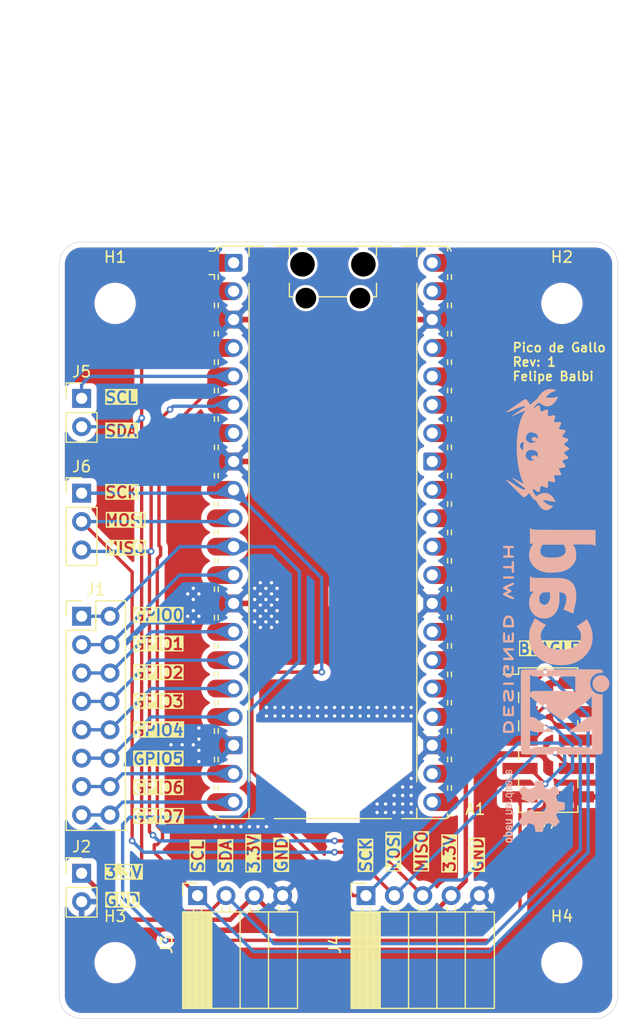
<source format=kicad_pcb>
(kicad_pcb (version 20241229) (generator "pcbnew") (generator_version "9.0")
  (layers (0 "F.Cu" signal) (2 "B.Cu" signal) (13 "F.Paste" user) (15 "B.Paste" user) (5 "F.SilkS" user "F.Silkscreen") (7 "B.SilkS" user "B.Silkscreen") (1 "F.Mask" user) (3 "B.Mask" user) (25 "Edge.Cuts" user))
  (net 0 "")
  (net 1 "/MOSI")
  (net 9 "GND")
  (net 11 "+3V3")
  (net 13 "/CLK")
  (net 16 "/SCL")
  (net 19 "/SDA")
  (net 23 "/MISO")
  (net 26 "/GPIO7")
  (net 27 "/GPIO5")
  (net 28 "/GPIO2")
  (net 29 "/GPIO6")
  (net 30 "/GPIO0")
  (net 31 "/GPIO1")
  (net 32 "/GPIO4")
  (net 33 "/GPIO3")
  (footprint "Connector_PinSocket_2.54mm:PinSocket_1x05_P2.54mm_Horizontal" (layer "F.Cu") (at 27.96 59 90)
    (property "Reference" "J4")
    (property "Value" "Conn_01x05")
  )
  (footprint "Connector_PinHeader_2.54mm:PinHeader_1x02_P2.54mm_Vertical" (layer "F.Cu") (at 2.5 14.5)
    (property "Reference" "J5")
    (property "Value" "Conn_01x02")
  )
  (footprint "Module:RaspberryPi_Pico_Common_Unspecified" (layer "F.Cu") (at 25 26.5)
    (property "Reference" "A1")
    (property "Value" "RaspberryPi_Pico")
  )
  (footprint "Connector_PinSocket_2.54mm:PinSocket_1x04_P2.54mm_Horizontal" (layer "F.Cu") (at 12.88 59 90)
    (property "Reference" "J3")
    (property "Value" "Conn_01x04")
  )
  (footprint "Connector_PinHeader_2.54mm:PinHeader_1x02_P2.54mm_Vertical" (layer "F.Cu") (at 2.5 57)
    (property "Reference" "J2")
    (property "Value" "Conn_01x02")
  )
  (footprint "MountingHole:MountingHole_3.2mm_M3" (layer "F.Cu") (at 5.5 6)
    (property "Reference" "H1")
    (property "Value" "MountingHole")
  )
  (footprint "Connector_PinHeader_2.54mm:PinHeader_1x03_P2.54mm_Vertical" (layer "F.Cu") (at 2.5 22.985)
    (property "Reference" "J6")
    (property "Value" "Conn_01x03")
  )
  (footprint "Connector_PinHeader_2.54mm:PinHeader_2x05_P2.54mm_Vertical_SMD" (layer "F.Cu") (at 44.275 45.08)
    (property "Reference" "J7")
    (property "Value" "Conn_02x05_Odd_Even")
  )
  (footprint "MountingHole:MountingHole_3.2mm_M3" (layer "F.Cu") (at 5.5 65)
    (property "Reference" "H3")
    (property "Value" "MountingHole")
  )
  (footprint "MountingHole:MountingHole_3.2mm_M3" (layer "F.Cu") (at 45.5 6)
    (property "Reference" "H2")
    (property "Value" "MountingHole")
  )
  (footprint "MountingHole:MountingHole_3.2mm_M3" (layer "F.Cu") (at 45.5 65)
    (property "Reference" "H4")
    (property "Value" "MountingHole")
  )
  (footprint "Connector_PinHeader_2.54mm:PinHeader_2x08_P2.54mm_Vertical" (layer "F.Cu") (at 2.5 34)
    (property "Reference" "J1")
    (property "Value" "Conn_02x08_Odd_Even")
  )
  (footprint "Symbol:KiCad-Logo2_8mm_SilkScreen" (layer "B.Cu") (at 45.812163 36.25 90)
    (property "Reference" "REF**" (hide yes))
    (property "Value" "KiCad-Logo2_8mm_SilkScreen" (hide yes))
  )
  (footprint "Symbol:OSHW-Logo2_7.3x6mm_SilkScreen" (layer "B.Cu") (at 43 51 90)
    (property "Reference" "REF**" (hide yes))
    (property "Value" "OSHW-Logo2_7.3x6mm_SilkScreen" (hide yes))
  )
  (gr_poly (pts (xy 46.149379 19) (xy 46.149182 18.996087) (xy 46.148855 18.992196) (xy 46.1484 18.988331) (xy 46.147818 18.984494) (xy 46.14711 18.980688) (xy 46.146279 18.976915) (xy 46.145326 18.973177) (xy 46.144252 18.969478) (xy 46.143058 18.965819) (xy 46.141747 18.962204) (xy 46.140319 18.958634) (xy 46.138777 18.955113) (xy 46.13712 18.951643) (xy 46.135352 18.948226) (xy 46.133474 18.944866) (xy 46.131486 18.941563) (xy 46.129391 18.938322) (xy 46.12719 18.935145) (xy 46.124884 18.932034) (xy 46.122475 18.928991) (xy 46.119965 18.92602) (xy 46.117354 18.923122) (xy 46.114645 18.920301) (xy 46.111838 18.917559) (xy 46.108936 18.914898) (xy 46.10594 18.912321) (xy 46.102851 18.909831) (xy 46.09967 18.907429) (xy 46.0964 18.90512) (xy 46.093041 18.902904) (xy 46.089596 18.900785) (xy 45.722182 18.682713) (xy 45.719842 18.657035) (xy 45.7173 18.63138) (xy 45.71458 18.605749) (xy 45.71171 18.580143) (xy 46.027649 18.2977) (xy 46.033428 18.292184) (xy 46.038785 18.286366) (xy 46.043714 18.280268) (xy 46.048207 18.273912) (xy 46.052256 18.267321) (xy 46.055855 18.260515) (xy 46.058996 18.253518) (xy 46.061671 18.24635) (xy 46.063873 18.239035) (xy 46.065596 18.231593) (xy 46.06683 18.224048) (xy 46.06757 18.21642) (xy 46.067807 18.208732) (xy 46.067535 18.201006) (xy 46.066746 18.193263) (xy 46.065432 18.185526) (xy 46.063586 18.177862) (xy 46.061248 18.170389) (xy 46.058432 18.163125) (xy 46.055155 18.156087) (xy 46.051432 18.149293) (xy 46.047279 18.142759) (xy 46.042712 18.136503) (xy 46.037747 18.130542) (xy 46.032399 18.124893) (xy 46.026685 18.119573) (xy 46.020619 18.114601) (xy 46.014218 18.109993) (xy 46.007498 18.105766) (xy 46.000475 18.101937) (xy 45.993163 18.098525) (xy 45.985579 18.095545) (xy 45.581955 17.950924) (xy 45.574323 17.925811) (xy 45.566524 17.900824) (xy 45.558554 17.875936) (xy 45.550412 17.85112) (xy 45.802161 17.515593) (xy 45.806724 17.5091) (xy 45.810811 17.502387) (xy 45.81442 17.495478) (xy 45.817547 17.488396) (xy 45.82019 17.481165) (xy 45.822344 17.473808) (xy 45.824008 17.466348) (xy 45.825178 17.45881) (xy 45.82585 17.451216) (xy 45.826023 17.443589) (xy 45.825692 17.435954) (xy 45.824854 17.428333) (xy 45.823507 17.42075) (xy 45.821648 17.413228) (xy 45.819272 17.405792) (xy 45.816378 17.398463) (xy 45.813012 17.391312) (xy 45.809199 17.384436) (xy 45.804959 17.37785) (xy 45.800311 17.371567) (xy 45.795275 17.365603) (xy 45.789871 17.359972) (xy 45.784119 17.354688) (xy 45.778037 17.349765) (xy 45.771646 17.345219) (xy 45.764966 17.341064) (xy 45.758016 17.337313) (xy 45.750815 17.333982) (xy 45.743384 17.331085) (xy 45.735741 17.328635) (xy 45.727908 17.326649) (xy 45.719903 17.32514) (xy 45.294286 17.258635) (xy 45.281687 17.235585) (xy 45.268918 17.212643) (xy 45.256014 17.189794) (xy 45.24301 17.167026) (xy 45.421942 16.790713) (xy 45.425086 16.783472) (xy 45.427721 16.77611) (xy 45.429849 16.76865) (xy 45.43147 16.761115) (xy 45.432586 16.753527) (xy 45.433199 16.745909) (xy 45.43331 16.738284) (xy 45.432921 16.730674) (xy 45.432034 16.723103) (xy 45.43065 16.715594) (xy 45.42877 16.708168) (xy 45.426396 16.700849) (xy 45.42353 16.693659) (xy 45.420174 16.686621) (xy 45.416328 16.679759) (xy 45.411994 16.673095) (xy 45.407244 16.666706) (xy 45.402111 16.66067) (xy 45.396618 16.654999) (xy 45.390785 16.649702) (xy 45.384636 16.64479) (xy 45.378192 16.640275) (xy 45.371477 16.636166) (xy 45.364511 16.632475) (xy 45.357317 16.629212) (xy 45.349918 16.626388) (xy 45.342335 16.624014) (xy 45.334591 16.622101) (xy 45.326707 16.620659) (xy 45.318706 16.619699) (xy 45.310611 16.619232) (xy 45.302443 16.619268) (xy 44.870531 16.633774) (xy 44.853697 16.61369) (xy 44.83671 16.593732) (xy 44.819581 16.573913) (xy 44.802326 16.554246) (xy 44.901495 16.15084) (xy 44.90311 16.143153) (xy 44.904195 16.13544) (xy 44.90476 16.127722) (xy 44.90481 16.120024) (xy 44.904352 16.112367) (xy 44.903394 16.104775) (xy 44.901942 16.09727) (xy 44.900004 16.089874) (xy 44.897585 16.08261) (xy 44.894694 16.075502) (xy 44.891336 16.068572) (xy 44.88752 16.061842) (xy 44.883251 16.055335) (xy 44.878537 16.049074) (xy 44.873384 16.043082) (xy 44.8678 16.037381) (xy 44.861825 16.032009) (xy 44.855551 16.027055) (xy 44.849002 16.022524) (xy 44.842201 16.018425) (xy 44.835171 16.014761) (xy 44.827934 16.011541) (xy 44.820515 16.008769) (xy 44.812936 16.006454) (xy 44.80522 16.0046) (xy 44.79739 16.003214) (xy 44.789469 16.002302) (xy 44.781481 16.001871) (xy 44.773448 16.001927) (xy 44.765394 16.002476) (xy 44.757342 16.003524) (xy 44.749314 16.005078) (xy 44.328598 16.100269) (xy 44.308134 16.083683) (xy 44.287509 16.067255) (xy 44.266742 16.050975) (xy 44.245851 16.034831) (xy 44.260899 15.620663) (xy 44.260987 15.616719) (xy 44.260943 15.612793) (xy 44.260766 15.608887) (xy 44.26046 15.605005) (xy 44.260024 15.601147) (xy 44.259461 15.597317) (xy 44.258772 15.593518) (xy 44.257959 15.589751) (xy 44.257022 15.58602) (xy 44.255964 15.582327) (xy 44.254786 15.578673) (xy 44.253489 15.575063) (xy 44.250543 15.56798) (xy 44.24714 15.561099) (xy 44.24329 15.554438) (xy 44.239005 15.548018) (xy 44.234296 15.541858) (xy 44.229174 15.535979) (xy 44.223652 15.530401) (xy 44.21774 15.525144) (xy 44.214642 15.522641) (xy 44.21145 15.520226) (xy 44.208167 15.517902) (xy 44.204794 15.515669) (xy 44.197874 15.511513) (xy 44.19074 15.507821) (xy 44.183417 15.504596) (xy 44.175928 15.501841) (xy 44.168298 15.499556) (xy 44.160552 15.497746) (xy 44.152713 15.496412) (xy 44.144808 15.495556) (xy 44.136859 15.495181) (xy 44.128891 15.495288) (xy 44.120929 15.495882) (xy 44.112997 15.496963) (xy 44.105119 15.498534) (xy 44.09732 15.500597) (xy 44.089625 15.503155) (xy 44.082057 15.50621) (xy 43.68952 15.677654) (xy 43.665834 15.665204) (xy 43.642029 15.652844) (xy 43.618082 15.640635) (xy 43.593968 15.628639) (xy 43.524714 15.220566) (xy 43.523132 15.212874) (xy 43.521053 15.20535) (xy 43.518493 15.198014) (xy 43.515466 15.190882) (xy 43.511988 15.183975) (xy 43.508075 15.177309) (xy 43.50374 15.170905) (xy 43.499001 15.16478) (xy 43.493872 15.158953) (xy 43.488368 15.153441) (xy 43.482505 15.148265) (xy 43.476297 15.143442) (xy 43.469761 15.138991) (xy 43.462912 15.134929) (xy 43.455764 15.131277) (xy 43.448334 15.128051) (xy 43.440668 15.125298) (xy 43.432893 15.123034) (xy 43.425033 15.121257) (xy 43.417111 15.119966) (xy 43.409153 15.119158) (xy 43.401181 15.118832) (xy 43.393219 15.118986) (xy 43.385292 15.119617) (xy 43.377424 15.120725) (xy 43.369638 15.122307) (xy 43.361959 15.124362) (xy 43.35441 15.126887) (xy 43.347015 15.12988) (xy 43.339798 15.13334) (xy 43.332783 15.137265) (xy 43.325995 15.141653) (xy 42.976378 15.383003) (xy 42.959942 15.378136) (xy 42.94346 15.373326) (xy 42.977673 15.327679) (xy 43.014098 15.281108) (xy 43.052804 15.233652) (xy 43.093861 15.185349) (xy 43.137338 15.136236) (xy 43.183305 15.086353) (xy 43.231831 15.035736) (xy 43.282985 14.984425) (xy 43.486533 14.892762) (xy 43.530793 14.932854) (xy 43.583244 14.975128) (xy 43.653354 15.02525) (xy 43.739207 15.077993) (xy 43.838887 15.128129) (xy 43.893313 15.150586) (xy 43.950478 15.170431) (xy 44.010141 15.187011) (xy 44.072063 15.199671) (xy 44.136005 15.207759) (xy 44.201727 15.210622) (xy 44.26899 15.207605) (xy 44.337554 15.198055) (xy 44.407179 15.181319) (xy 44.477627 15.156744) (xy 44.548657 15.123675) (xy 44.62003 15.08146) (xy 44.691507 15.029445) (xy 44.762847 14.966977) (xy 44.833813 14.893401) (xy 44.904163 14.808066) (xy 44.973659 14.710316) (xy 45.04206 14.5995) (xy 45.109128 14.474963) (xy 45.174624 14.336051) (xy 45.126253 14.356774) (xy 45.058476 14.37717) (xy 44.955136 14.399358) (xy 44.888606 14.409977) (xy 44.811357 14.419667) (xy 44.722778 14.42797) (xy 44.622262 14.434425) (xy 44.509198 14.438575) (xy 44.382976 14.43996) (xy 44.242988 14.438121) (xy 44.088623 14.432598) (xy 44.097134 14.412109) (xy 44.126069 14.356915) (xy 44.149788 14.319246) (xy 44.180526 14.27643) (xy 44.218918 14.229644) (xy 44.265604 14.180064) (xy 44.32122 14.128868) (xy 44.386403 14.077232) (xy 44.461792 14.026331) (xy 44.503512 14.001525) (xy 44.548023 13.977344) (xy 44.595404 13.953935) (xy 44.645734 13.931445) (xy 44.699094 13.910022) (xy 44.755563 13.889813) (xy 44.81522 13.870964) (xy 44.878146 13.853623) (xy 44.94442 13.837936) (xy 45.014122 13.824051) (xy 44.973579 13.797355) (xy 44.925012 13.770147) (xy 44.859459 13.739177) (xy 44.778328 13.708553) (xy 44.683027 13.682384) (xy 44.574964 13.664778) (xy 44.516586 13.66047) (xy 44.455546 13.659843) (xy 44.39202 13.663411) (xy 44.326183 13.671688) (xy 44.258211 13.685186) (xy 44.188281 13.70442) (xy 44.116568 13.729904) (xy 44.043248 13.762149) (xy 43.968498 13.801672) (xy 43.892494 13.848983) (xy 43.815411 13.904598) (xy 43.737425 13.96903) (xy 43.658713 14.042792) (xy 43.57945 14.126399) (xy 43.499812 14.220362) (xy 43.419976 14.325197) (xy 43.340118 14.441416) (xy 43.260412 14.569533) (xy 43.209274 14.603761) (xy 43.151198 14.645518) (xy 43.076647 14.702792) (xy 42.98952 14.774898) (xy 42.942458 14.816299) (xy 42.893714 14.86115) (xy 42.843775 14.909368) (xy 42.793127 14.960865) (xy 42.742258 15.015557) (xy 42.691656 15.073358) (xy 42.363093 14.62732) (xy 42.360217 14.622802) (xy 42.356424 14.617881) (xy 42.350885 14.61183) (xy 42.343468 14.605134) (xy 42.33404 14.598276) (xy 42.322469 14.591741) (xy 42.308623 14.586013) (xy 42.300806 14.583603) (xy 42.29237 14.581576) (xy 42.2833 14.579992) (xy 42.273578 14.578913) (xy 42.263188 14.578399) (xy 42.252114 14.57851) (xy 42.240339 14.579306) (xy 42.227846 14.580849) (xy 42.214619 14.583199) (xy 42.200642 14.586416) (xy 42.185898 14.590561) (xy 42.17037 14.595694) (xy 42.154043 14.601876) (xy 42.136898 14.609167) (xy 42.11892 14.617629) (xy 42.100093 14.62732) (xy 42.007472 14.682748) (xy 41.872681 14.770821) (xy 41.519688 15.012853) (xy 41.127302 15.289319) (xy 40.781714 15.536125) (xy 40.712737 15.577139) (xy 40.651155 15.614565) (xy 40.597632 15.648004) (xy 40.574099 15.663104) (xy 40.55283 15.677058) (xy 40.533908 15.689815) (xy 40.517415 15.701327) (xy 40.503433 15.711543) (xy 40.492047 15.720414) (xy 40.483339 15.72789) (xy 40.477392 15.73392) (xy 40.47548 15.736378) (xy 40.474289 15.738455) (xy 40.473829 15.740147) (xy 40.474112 15.741446) (xy 40.479729 15.744303) (xy 40.492229 15.745771) (xy 40.511293 15.74565) (xy 40.536601 15.74374) (xy 40.604677 15.733756) (xy 40.646807 15.725282) (xy 40.693907 15.71422) (xy 40.745658 15.700371) (xy 40.801741 15.683535) (xy 40.861838 15.663511) (xy 40.925629 15.640101) (xy 40.992796 15.613104) (xy 41.06302 15.582321) (xy 41.135982 15.547552) (xy 41.211364 15.508597) (xy 41.353346 15.447102) (xy 41.504531 15.385934) (xy 41.656925 15.328688) (xy 41.731077 15.302658) (xy 41.802533 15.278955) (xy 41.870293 15.258029) (xy 41.933359 15.24033) (xy 41.99073 15.226305) (xy 42.041407 15.216404) (xy 42.084392 15.211076) (xy 42.102687 15.210267) (xy 42.118684 15.21077) (xy 42.132258 15.212641) (xy 42.143284 15.215936) (xy 42.151637 15.220711) (xy 42.157193 15.227022) (xy 42.160353 15.23078) (xy 42.164079 15.23544) (xy 42.169037 15.24192) (xy 42.175079 15.250197) (xy 42.182055 15.260244) (xy 42.189816 15.272037) (xy 42.198213 15.28555) (xy 42.191583 15.288219) (xy 42.184815 15.291073) (xy 42.177908 15.294118) (xy 42.170862 15.297359) (xy 42.163678 15.300802) (xy 42.156356 15.304452) (xy 42.148894 15.308313) (xy 42.141295 15.312392) (xy 42.074408 15.352394) (xy 41.978508 15.414263) (xy 41.729568 15.5819) (xy 41.454275 15.771903) (xy 41.212432 15.940871) (xy 41.162578 15.970522) (xy 41.118223 15.997395) (xy 41.079848 16.021202) (xy 41.04793 16.041655) (xy 41.034542 16.050535) (xy 41.022948 16.058468) (xy 41.013209 16.06542) (xy 41.005383 16.071353) (xy 40.99953 16.076233) (xy 40.995711 16.080023) (xy 40.994583 16.081498) (xy 40.993986 16.082687) (xy 40.993927 16.083586) (xy 40.994414 16.08419) (xy 40.999683 16.084826) (xy 41.010454 16.083836) (xy 41.047273 16.076757) (xy 41.102421 16.062515) (xy 41.173449 16.040669) (xy 41.257908 16.010779) (xy 41.353346 15.972406) (xy 41.404418 15.949901) (xy 41.457315 15.92511) (xy 41.511734 15.897979) (xy 41.567366 15.868451) (xy 41.649539 15.830062) (xy 41.737193 15.790631) (xy 41.82753 15.751494) (xy 41.917751 15.713985) (xy 42.005056 15.679436) (xy 42.086647 15.649183) (xy 42.159725 15.624559) (xy 42.192197 15.614775) (xy 42.221491 15.606898) (xy 42.162374 15.686723) (xy 42.063457 15.85027) (xy 41.939405 16.101564) (xy 41.872535 16.261373) (xy 41.80488 16.444626) (xy 41.738273 16.651828) (xy 41.674546 16.88348) (xy 41.615532 17.140086) (xy 41.563065 17.422148) (xy 41.518978 17.73017) (xy 41.485102 18.064653) (xy 41.463271 18.426102) (xy 41.455318 18.815018) (xy 41.456619 19.00896) (xy 41.460802 19.196663) (xy 41.467698 19.378167) (xy 41.477137 19.553511) (xy 41.488948 19.722734) (xy 41.502962 19.885877) (xy 41.519009 20.042979) (xy 41.536918 20.194079) (xy 41.577642 20.478435) (xy 41.623775 20.73926) (xy 41.673955 20.976873) (xy 41.726821 21.19159) (xy 41.781014 21.383728) (xy 41.835172 21.553605) (xy 41.887934 21.701537) (xy 41.93794 21.827841) (xy 41.983828 21.932834) (xy 42.017834 22.003523) (xy 42.017834 19.129492) (xy 42.010851 19.127143) (xy 42.004008 19.124667) (xy 41.997311 19.122077) (xy 41.990765 19.119386) (xy 41.984376 19.116608) (xy 41.978149 19.113755) (xy 41.972089 19.110841) (xy 41.966202 19.10788) (xy 41.960492 19.104883) (xy 41.954966 19.101866) (xy 41.944484 19.095819) (xy 41.934798 19.089846) (xy 41.925952 19.084051) (xy 41.917987 19.078542) (xy 41.910946 19.073424) (xy 41.904871 19.068803) (xy 41.899806 19.064784) (xy 41.892872 19.058979) (xy 41.890486 19.056856) (xy 41.863529 19.029294) (xy 41.839857 19.001994) (xy 41.819311 18.974997) (xy 41.801731 18.948342) (xy 41.786958 18.92207) (xy 41.774832 18.896221) (xy 41.765195 18.870835) (xy 41.757886 18.845953) (xy 41.752748 18.821614) (xy 41.749619 18.797859) (xy 41.748342 18.774727) (xy 41.748757 18.75226) (xy 41.750704 18.730497) (xy 41.754025 18.709478) (xy 41.758559 18.689244) (xy 41.764148 18.669835) (xy 41.770633 18.651291) (xy 41.777854 18.633652) (xy 41.785651 18.616958) (xy 41.793866 18.60125) (xy 41.802339 18.586567) (xy 41.810911 18.572951) (xy 41.827715 18.549076) (xy 41.843002 18.529948) (xy 41.8555 18.515886) (xy 41.867027 18.504252) (xy 41.875587 18.49531) (xy 41.884294 18.486784) (xy 41.893123 18.478664) (xy 41.902045 18.470942) (xy 41.911033 18.463608) (xy 41.920059 18.456655) (xy 41.929095 18.450074) (xy 41.938115 18.443856) (xy 41.94709 18.437993) (xy 41.955993 18.432476) (xy 41.973474 18.422445) (xy 41.990336 18.413696) (xy 42.006358 18.40616) (xy 42.021322 18.399768) (xy 42.035005 18.39445) (xy 42.047188 18.39014) (xy 42.05765 18.386767) (xy 42.07253 18.38256) (xy 42.077882 18.381279) (xy 42.017834 19.129492) (xy 42.017834 22.003523) (xy 42.024238 22.016834) (xy 42.05781 22.080157) (xy 42.083182 22.123121) (xy 42.023423 22.09771) (xy 41.959816 22.069069) (xy 41.89359 22.037887) (xy 41.825978 22.004852) (xy 41.75821 21.970654) (xy 41.691517 21.935982) (xy 41.62713 21.901525) (xy 41.566281 21.867971) (xy 41.512125 21.834149) (xy 41.459114 21.80308) (xy 41.407553 21.7747) (xy 41.357742 21.748944) (xy 41.309985 21.725749) (xy 41.264585 21.705052) (xy 41.221843 21.686787) (xy 41.182062 21.670891) (xy 41.145546 21.657299) (xy 41.112595 21.645949) (xy 41.083514 21.636776) (xy 41.058604 21.629715) (xy 41.038168 21.624703) (xy 41.022509 21.621677) (xy 41.011929 21.620571) (xy 41.008638 21.620718) (xy 41.006731 21.621322) (xy 41.006239 21.622018) (xy 41.006279 21.623052) (xy 41.007922 21.626112) (xy 41.011603 21.630463) (xy 41.017263 21.636062) (xy 41.034288 21.650841) (xy 41.058533 21.670121) (xy 41.089534 21.693572) (xy 41.126824 21.720865) (xy 41.169941 21.75167) (xy 41.218418 21.785658) (xy 41.452981 21.979454) (xy 41.720049 22.197353) (xy 41.847653 22.299786) (xy 41.96164 22.38958) (xy 42.054762 22.460512) (xy 42.119772 22.506361) (xy 42.127362 22.511156) (xy 42.134813 22.51569) (xy 42.142124 22.519967) (xy 42.149296 22.523994) (xy 42.156329 22.527778) (xy 42.163223 22.531325) (xy 42.169978 22.534641) (xy 42.176594 22.537733) (xy 42.183072 22.540608) (xy 42.189412 22.54327) (xy 42.195615 22.545727) (xy 42.201679 22.547986) (xy 42.207606 22.550052) (xy 42.213397 22.551932) (xy 42.21905 22.553632) (xy 42.224566 22.555159) (xy 42.215673 22.566608) (xy 42.207015 22.577317) (xy 42.198639 22.587286) (xy 42.190592 22.596516) (xy 42.182921 22.605005) (xy 42.175671 22.612756) (xy 42.16889 22.619768) (xy 42.162625 22.62604) (xy 42.156922 22.631574) (xy 42.151828 22.636369) (xy 42.143653 22.643745) (xy 42.138474 22.64817) (xy 42.136664 22.649644) (xy 42.129613 22.655224) (xy 42.119945 22.658693) (xy 42.10778 22.660132) (xy 42.093237 22.659624) (xy 42.057492 22.653086) (xy 42.013667 22.63973) (xy 41.962716 22.620206) (xy 41.905593 22.595163) (xy 41.843252 22.565251) (xy 41.776648 22.531119) (xy 41.63447 22.452799) (xy 41.486693 22.365401) (xy 41.340954 22.274122) (xy 41.204889 22.184164) (xy 41.169206 22.156383) (xy 41.1339 22.129824) (xy 41.099018 22.104467) (xy 41.064606 22.080295) (xy 40.997382 22.035425) (xy 40.932599 21.995064) (xy 40.87063 21.959061) (xy 40.811847 21.927263) (xy 40.756623 21.899522) (xy 40.705331 21.875684) (xy 40.658341 21.8556) (xy 40.616028 21.839118) (xy 40.578763 21.826088) (xy 40.54692 21.816357) (xy 40.520869 21.809776) (xy 40.500984 21.806193) (xy 40.487638 21.805457) (xy 40.483533 21.806109) (xy 40.481202 21.807416) (xy 40.480654 21.808723) (xy 40.480803 21.810574) (xy 40.483153 21.815875) (xy 40.488174 21.823254) (xy 40.495791 21.832642) (xy 40.518504 21.857179) (xy 40.550678 21.888947) (xy 40.591701 21.927407) (xy 40.640959 21.972022) (xy 40.697839 22.022252) (xy 40.761728 22.07756) (xy 41.073664 22.397892) (xy 41.428587 22.757675) (xy 41.598014 22.926565) (xy 41.749203 23.074363) (xy 41.872493 23.19075) (xy 41.920656 23.23394) (xy 41.958221 23.265407) (xy 41.975958 23.278941) (xy 41.993052 23.291036) (xy 42.009507 23.301758) (xy 42.02533 23.311173) (xy 42.040526 23.319348) (xy 42.055099 23.326349) (xy 42.069056 23.332242) (xy 42.0824 23.337093) (xy 42.095139 23.340968) (xy 42.107276 23.343934) (xy 42.118817 23.346056) (xy 42.129767 23.347402) (xy 42.140133 23.348037) (xy 42.149917 23.348027) (xy 42.159127 23.347438) (xy 42.167768 23.346338) (xy 42.175844 23.344791) (xy 42.183361 23.342864) (xy 42.190324 23.340624) (xy 42.196738 23.338136) (xy 42.202609 23.335466) (xy 42.207942 23.332682) (xy 42.212742 23.329848) (xy 42.217014 23.327032) (xy 42.223997 23.321716) (xy 42.228933 23.317264) (xy 42.232832 23.313066) (xy 42.5778 22.988318) (xy 42.608064 23.042711) (xy 42.638097 23.094148) (xy 42.667852 23.142709) (xy 42.697282 23.188474) (xy 42.726337 23.231525) (xy 42.754097 23.270709) (xy 42.754097 20.077388) (xy 42.708116 20.075605) (xy 42.664909 20.07001) (xy 42.624398 20.06092) (xy 42.586502 20.048652) (xy 42.551143 20.033522) (xy 42.518241 20.015847) (xy 42.487718 19.995945) (xy 42.459493 19.974133) (xy 42.433488 19.950727) (xy 42.409622 19.926044) (xy 42.387818 19.900402) (xy 42.367995 19.874117) (xy 42.350074 19.847506) (xy 42.333976 19.820886) (xy 42.306932 19.768888) (xy 42.286228 19.720659) (xy 42.271229 19.678733) (xy 42.261301 19.645646) (xy 42.25412 19.616134) (xy 42.259524 19.557602) (xy 42.268424 19.503679) (xy 42.280579 19.454183) (xy 42.295749 19.408935) (xy 42.313693 19.367755) (xy 42.334171 19.330461) (xy 42.356943 19.296874) (xy 42.381767 19.266814) (xy 42.408404 19.240099) (xy 42.436612 19.21655) (xy 42.466152 19.195986) (xy 42.496782 19.178228) (xy 42.528263 19.163093) (xy 42.560353 19.150403) (xy 42.592813 19.139976) (xy 42.625402 19.131633) (xy 42.657879 19.125192) (xy 42.690003 19.120475) (xy 42.752233 19.115486) (xy 42.770509 19.115403) (xy 42.770509 18.484785) (xy 42.740401 18.483416) (xy 42.711628 18.480544) (xy 42.684204 18.47633) (xy 42.658143 18.470936) (xy 42.633457 18.464521) (xy 42.610161 18.457247) (xy 42.588269 18.449276) (xy 42.567794 18.440767) (xy 42.54875 18.431883) (xy 42.531151 18.422784) (xy 42.51501 18.413632) (xy 42.487159 18.39581) (xy 42.465305 18.379706) (xy 42.44956 18.366608) (xy 42.436832 18.354583) (xy 42.406077 18.331125) (xy 42.379226 18.306637) (xy 42.356088 18.281237) (xy 42.336469 18.255041) (xy 42.32018 18.228165) (xy 42.307026 18.200726) (xy 42.296817 18.172839) (xy 42.289361 18.144621) (xy 42.284464 18.116189) (xy 42.281936 18.087658) (xy 42.281584 18.059146) (xy 42.283216 18.030767) (xy 42.28664 18.002639) (xy 42.291665 17.974878) (xy 42.298097 17.947601) (xy 42.305746 17.920922) (xy 42.314419 17.89496) (xy 42.323924 17.86983) (xy 42.344662 17.822531) (xy 42.366425 17.779956) (xy 42.387675 17.743035) (xy 42.406877 17.712699) (xy 42.422494 17.689879) (xy 42.436832 17.670506) (xy 42.460946 17.646861) (xy 42.486387 17.626217) (xy 42.513016 17.608427) (xy 42.540698 17.593344) (xy 42.569293 17.58082) (xy 42.598666 17.570707) (xy 42.62868 17.562858) (xy 42.659196 17.557125) (xy 42.690078 17.553361) (xy 42.721189 17.551417) (xy 42.752392 17.551146) (xy 42.783549 17.552401) (xy 42.814523 17.555034) (xy 42.845177 17.558897) (xy 42.875374 17.563842) (xy 42.904977 17.569723) (xy 42.961852 17.583699) (xy 43.014703 17.599643) (xy 43.062434 17.616375) (xy 43.103947 17.632713) (xy 43.163931 17.659483) (xy 43.185877 17.670506) (xy 43.206973 17.690545) (xy 43.226404 17.710569) (xy 43.244222 17.730562) (xy 43.260477 17.750509) (xy 43.275218 17.770395) (xy 43.288495 17.790205) (xy 43.30036 17.809922) (xy 43.310862 17.829533) (xy 43.320051 17.849021) (xy 43.327978 17.868372) (xy 43.334693 17.88757) (xy 43.340246 17.9066) (xy 43.344687 17.925446) (xy 43.348066 17.944093) (xy 43.350434 17.962526) (xy 43.351841 17.98073) (xy 43.352274 17.992989) (xy 43.352301 18.00513) (xy 43.351937 18.017147) (xy 43.351199 18.029036) (xy 43.350101 18.040793) (xy 43.34866 18.052412) (xy 43.346892 18.063889) (xy 43.344812 18.075218) (xy 43.342437 18.086395) (xy 43.339782 18.097415) (xy 43.336863 18.108274) (xy 43.333697 18.118966) (xy 43.330298 18.129486) (xy 43.326683 18.13983) (xy 43.322868 18.149993) (xy 43.318869 18.15997) (xy 43.318915 18.158612) (xy 43.318949 18.157253) (xy 43.31897 18.155891) (xy 43.318977 18.154526) (xy 43.318634 18.144646) (xy 43.317614 18.134896) (xy 43.315934 18.125288) (xy 43.313612 18.115834) (xy 43.310663 18.106545) (xy 43.307105 18.097434) (xy 43.302953 18.088514) (xy 43.298224 18.079795) (xy 43.292936 18.071291) (xy 43.287104 18.063013) (xy 43.280745 18.054973) (xy 43.273876 18.047183) (xy 43.266513 18.039656) (xy 43.258674 18.032403) (xy 43.241629 18.018769) (xy 43.222876 18.006377) (xy 43.202545 17.995325) (xy 43.180772 17.985708) (xy 43.157687 17.977623) (xy 43.133424 17.971167) (xy 43.108115 17.966436) (xy 43.081894 17.963526) (xy 43.054893 17.962535) (xy 43.041306 17.962785) (xy 43.027898 17.963526) (xy 43.014684 17.964747) (xy 43.001682 17.966436) (xy 42.988908 17.968579) (xy 42.976378 17.971167) (xy 42.96411 17.974185) (xy 42.95212 17.977623) (xy 42.940423 17.981468) (xy 42.929038 17.985708) (xy 42.917981 17.990331) (xy 42.907267 17.995325) (xy 42.896915 18.000677) (xy 42.88694 18.006377) (xy 42.877358 18.012411) (xy 42.868188 18.018769) (xy 42.859445 18.025436) (xy 42.851145 18.032403) (xy 42.843306 18.039656) (xy 42.835944 18.047183) (xy 42.829075 18.054973) (xy 42.822716 18.063013) (xy 42.816885 18.071291) (xy 42.811597 18.079795) (xy 42.806868 18.088514) (xy 42.802717 18.097434) (xy 42.799158 18.106545) (xy 42.796209 18.115834) (xy 42.793887 18.125288) (xy 42.792208 18.134896) (xy 42.791188 18.144646) (xy 42.790844 18.154526) (xy 42.791188 18.164404) (xy 42.792208 18.174152) (xy 42.793887 18.183759) (xy 42.796209 18.193212) (xy 42.799158 18.202499) (xy 42.802717 18.211609) (xy 42.806868 18.220528) (xy 42.811597 18.229246) (xy 42.816885 18.23775) (xy 42.822716 18.246027) (xy 42.829075 18.254066) (xy 42.835944 18.261855) (xy 42.843306 18.269382) (xy 42.851145 18.276634) (xy 42.868188 18.290267) (xy 42.88694 18.302658) (xy 42.907267 18.31371) (xy 42.929038 18.323326) (xy 42.95212 18.331411) (xy 42.976378 18.337867) (xy 43.001682 18.342598) (xy 43.027898 18.345507) (xy 43.054893 18.346498) (xy 43.068743 18.346239) (xy 43.082407 18.345469) (xy 43.095868 18.344201) (xy 43.109108 18.342448) (xy 43.12211 18.340223) (xy 43.134855 18.337539) (xy 43.147327 18.334408) (xy 43.159508 18.330843) (xy 43.171381 18.326857) (xy 43.182927 18.322463) (xy 43.194129 18.317673) (xy 43.20497 18.312501) (xy 43.215432 18.306959) (xy 43.225498 18.30106) (xy 43.235149 18.294816) (xy 43.244369 18.288241) (xy 43.238453 18.29592) (xy 43.232693 18.303172) (xy 43.22712 18.309988) (xy 43.221766 18.316358) (xy 43.216661 18.322272) (xy 43.211837 18.327722) (xy 43.207325 18.332698) (xy 43.203155 18.337191) (xy 43.19936 18.34119) (xy 43.195969 18.344686) (xy 43.190528 18.350134) (xy 43.185877 18.354583) (xy 43.14199 18.380377) (xy 43.099287 18.402896) (xy 43.057782 18.422301) (xy 43.017489 18.438754) (xy 42.978421 18.452416) (xy 42.940591 18.463447) (xy 42.904015 18.472009) (xy 42.868704 18.478263) (xy 42.834674 18.482369) (xy 42.801938 18.48449) (xy 42.770509 18.484785) (xy 42.770509 19.115403) (xy 42.810168 19.115224) (xy 42.861884 19.118245) (xy 42.905457 19.123106) (xy 42.938963 19.128365) (xy 42.968076 19.134303) (xy 42.994645 19.142119) (xy 43.020009 19.150535) (xy 43.044194 19.159531) (xy 43.067224 19.169082) (xy 43.089125 19.179165) (xy 43.109922 19.189756) (xy 43.12964 19.200834) (xy 43.148305 19.212374) (xy 43.16594 19.224354) (xy 43.182573 19.236749) (xy 43.198227 19.249538) (xy 43.212928 19.262696) (xy 43.226701 19.276201) (xy 43.239571 19.290029) (xy 43.251564 19.304158) (xy 43.262704 19.318563) (xy 43.273017 19.333222) (xy 43.282528 19.348112) (xy 43.291262 19.363209) (xy 43.299244 19.37849) (xy 43.313053 19.409513) (xy 43.324157 19.440994) (xy 43.332757 19.472747) (xy 43.339055 19.504588) (xy 43.343251 19.53633) (xy 43.345547 19.567788) (xy 43.346138 19.58967) (xy 43.345964 19.611195) (xy 43.345096 19.632307) (xy 43.343602 19.652948) (xy 43.341551 19.673063) (xy 43.339012 19.692595) (xy 43.336055 19.711486) (xy 43.332749 19.729679) (xy 43.329162 19.747119) (xy 43.325365 19.763749) (xy 43.317415 19.794348) (xy 43.309452 19.821024) (xy 43.30203 19.843322) (xy 43.303805 19.83765) (xy 43.305356 19.831916) (xy 43.306679 19.826123) (xy 43.307769 19.820276) (xy 43.308623 19.814375) (xy 43.309238 19.808425) (xy 43.30961 19.802428) (xy 43.309735 19.796387) (xy 43.30938 19.786197) (xy 43.308329 19.776142) (xy 43.306597 19.766233) (xy 43.304202 19.756482) (xy 43.301161 19.746903) (xy 43.297491 19.737507) (xy 43.29321 19.728307) (xy 43.288334 19.719315) (xy 43.28288 19.710545) (xy 43.276866 19.702008) (xy 43.270308 19.693716) (xy 43.263225 19.685683) (xy 43.255632 19.67792) (xy 43.247547 19.670441) (xy 43.229969 19.65638) (xy 43.210629 19.643602) (xy 43.189663 19.632204) (xy 43.167208 19.622287) (xy 43.1434 19.61395) (xy 43.118377 19.607292) (xy 43.092276 19.602414) (xy 43.065233 19.599414) (xy 43.037385 19.598391) (xy 43.023373 19.598649) (xy 43.009544 19.599414) (xy 42.995916 19.600673) (xy 42.982507 19.602414) (xy 42.969332 19.604624) (xy 42.956409 19.607292) (xy 42.943755 19.610405) (xy 42.931388 19.61395) (xy 42.919325 19.617915) (xy 42.907582 19.622287) (xy 42.896177 19.627054) (xy 42.885126 19.632204) (xy 42.874448 19.637724) (xy 42.864159 19.643602) (xy 42.854276 19.649825) (xy 42.844817 19.65638) (xy 42.835798 19.663257) (xy 42.827237 19.670441) (xy 42.819151 19.67792) (xy 42.811557 19.685683) (xy 42.804471 19.693716) (xy 42.797912 19.702008) (xy 42.791897 19.710545) (xy 42.786442 19.719315) (xy 42.781564 19.728307) (xy 42.777282 19.737507) (xy 42.773611 19.746903) (xy 42.770569 19.756482) (xy 42.768173 19.766233) (xy 42.766441 19.776142) (xy 42.765389 19.786197) (xy 42.765034 19.796387) (xy 42.765389 19.806572) (xy 42.766441 19.816624) (xy 42.768173 19.82653) (xy 42.770569 19.836278) (xy 42.773611 19.845854) (xy 42.777282 19.855248) (xy 42.781564 19.864446) (xy 42.786442 19.873436) (xy 42.791897 19.882205) (xy 42.797912 19.890741) (xy 42.804471 19.899032) (xy 42.811557 19.907065) (xy 42.819151 19.914827) (xy 42.827237 19.922306) (xy 42.844817 19.936367) (xy 42.864159 19.949146) (xy 42.885126 19.960545) (xy 42.907582 19.970463) (xy 42.931388 19.978802) (xy 42.956409 19.985461) (xy 42.982507 19.990341) (xy 43.009544 19.993342) (xy 43.037385 19.994364) (xy 43.044471 19.994298) (xy 43.051512 19.994102) (xy 43.058505 19.993778) (xy 43.065449 19.993326) (xy 43.072341 19.992748) (xy 43.079181 19.992046) (xy 43.085966 19.991222) (xy 43.092694 19.990277) (xy 43.028399 20.018024) (xy 42.967355 20.040057) (xy 42.909482 20.056693) (xy 42.854701 20.068249) (xy 42.802933 20.075041) (xy 42.754097 20.077388) (xy 42.754097 23.270709) (xy 42.754971 23.271943) (xy 42.783136 23.309807) (xy 42.810782 23.345198) (xy 42.837864 23.378198) (xy 42.864332 23.408886) (xy 42.890138 23.437343) (xy 42.915236 23.463651) (xy 42.939576 23.487889) (xy 42.963111 23.510138) (xy 42.985793 23.53048) (xy 43.007574 23.548993) (xy 43.028407 23.565761) (xy 43.048243 23.580861) (xy 43.067034 23.594377) (xy 43.084732 23.606387) (xy 43.11666 23.626216) (xy 43.143642 23.640993) (xy 43.165295 23.651363) (xy 43.181237 23.657971) (xy 43.19445 23.662484) (xy 43.264824 23.80057) (xy 43.33524 23.923913) (xy 43.405548 24.033192) (xy 43.475599 24.129088) (xy 43.545244 24.212278) (xy 43.614334 24.283442) (xy 43.682719 24.343261) (xy 43.750249 24.392413) (xy 43.816777 24.431577) (xy 43.882153 24.461433) (xy 43.946226 24.48266) (xy 44.008849 24.495938) (xy 44.069872 24.501946) (xy 44.129145 24.501363) (xy 44.18652 24.494868) (xy 44.241848 24.483142) (xy 44.294978 24.466863) (xy 44.345762 24.446711) (xy 44.39405 24.423365) (xy 44.439694 24.397504) (xy 44.482544 24.369809) (xy 44.522451 24.340957) (xy 44.592838 24.282504) (xy 44.649661 24.227579) (xy 44.691728 24.181619) (xy 44.726814 24.138328) (xy 44.66758 24.128378) (xy 44.610369 24.116539) (xy 44.555172 24.102954) (xy 44.501978 24.087769) (xy 44.450779 24.071128) (xy 44.401565 24.053176) (xy 44.354328 24.034057) (xy 44.309057 24.013916) (xy 44.265743 23.992898) (xy 44.224377 23.971148) (xy 44.18495 23.94881) (xy 44.147453 23.926028) (xy 44.111875 23.902948) (xy 44.078209 23.879713) (xy 44.046443 23.856469) (xy 44.01657 23.833361) (xy 43.962462 23.788128) (xy 43.915811 23.745172) (xy 43.876542 23.70565) (xy 43.844579 23.670719) (xy 43.81985 23.641537) (xy 43.802278 23.619259) (xy 43.78831 23.600048) (xy 44.944723 23.767279) (xy 44.881026 23.639437) (xy 44.81538 23.524796) (xy 44.748045 23.422754) (xy 44.679281 23.332713) (xy 44.609349 23.254073) (xy 44.53851 23.186235) (xy 44.467024 23.128599) (xy 44.395151 23.080566) (xy 44.323152 23.041537) (xy 44.251287 23.010911) (xy 44.179817 22.988089) (xy 44.109002 22.972472) (xy 44.039103 22.963461) (xy 43.970379 22.960456) (xy 43.903092 22.962857) (xy 43.837502 22.970065) (xy 43.77387 22.981481) (xy 43.712455 22.996505) (xy 43.653518 23.014537) (xy 43.59732 23.034978) (xy 43.544121 23.05723) (xy 43.494182 23.080691) (xy 43.405124 23.128846) (xy 43.33223 23.174648) (xy 43.277583 23.213302) (xy 43.231365 23.24998) (xy 43.204072 23.231202) (xy 43.177457 23.209541) (xy 43.151524 23.185179) (xy 43.126274 23.1583) (xy 43.10171 23.129089) (xy 43.077834 23.097727) (xy 43.054649 23.064399) (xy 43.032156 23.029289) (xy 43.010358 22.992579) (xy 42.989257 22.954454) (xy 42.968856 22.915097) (xy 42.949157 22.874691) (xy 42.930162 22.833421) (xy 42.911874 22.791469) (xy 42.877425 22.706256) (xy 42.957785 22.630617) (xy 42.976378 22.625191) (xy 43.280091 22.834867) (xy 43.280091 19.886296) (xy 43.283546 19.881198) (xy 43.286804 19.87602) (xy 43.289861 19.870764) (xy 43.292714 19.865432) (xy 43.295358 19.860028) (xy 43.297792 19.854551) (xy 43.300011 19.849006) (xy 43.302012 19.843394) (xy 43.299189 19.851393) (xy 43.296572 19.858663) (xy 43.294214 19.865098) (xy 43.292167 19.870597) (xy 43.289216 19.878367) (xy 43.288139 19.881141) (xy 43.28411 19.883729) (xy 43.280091 19.886296) (xy 43.280091 22.834867) (xy 43.325995 22.866558) (xy 43.332783 22.870918) (xy 43.339798 22.874823) (xy 43.347015 22.878272) (xy 43.35441 22.88126) (xy 43.361959 22.883786) (xy 43.369638 22.885846) (xy 43.377424 22.887438) (xy 43.385293 22.888558) (xy 43.393219 22.889205) (xy 43.401181 22.889374) (xy 43.409153 22.889063) (xy 43.417111 22.88827) (xy 43.425033 22.886992) (xy 43.432893 22.885225) (xy 43.440668 22.882966) (xy 43.448334 22.880214) (xy 43.455785 22.876972) (xy 43.462951 22.873307) (xy 43.469815 22.869237) (xy 43.476362 22.86478) (xy 43.482578 22.859955) (xy 43.488448 22.854778) (xy 43.493955 22.849268) (xy 43.499084 22.843444) (xy 43.503822 22.837322) (xy 43.508151 22.830921) (xy 43.512058 22.82426) (xy 43.515526 22.817355) (xy 43.518541 22.810225) (xy 43.521088 22.802888) (xy 43.52315 22.795361) (xy 43.524714 22.787664) (xy 43.593968 22.379627) (xy 43.618082 22.367557) (xy 43.642029 22.355311) (xy 43.665834 22.342933) (xy 43.68952 22.330467) (xy 44.082057 22.502038) (xy 44.089625 22.505059) (xy 44.09732 22.507589) (xy 44.105119 22.509632) (xy 44.112997 22.511188) (xy 44.120929 22.512259) (xy 44.128891 22.512847) (xy 44.136859 22.512953) (xy 44.144808 22.51258) (xy 44.152713 22.511728) (xy 44.160552 22.510399) (xy 44.168298 22.508595) (xy 44.175928 22.506317) (xy 44.183417 22.503568) (xy 44.19074 22.500349) (xy 44.197874 22.496661) (xy 44.204794 22.492506) (xy 44.211446 22.487937) (xy 44.217724 22.483002) (xy 44.223617 22.477722) (xy 44.229117 22.47212) (xy 44.234214 22.466215) (xy 44.238897 22.46003) (xy 44.243158 22.453587) (xy 44.246987 22.446906) (xy 44.250374 22.440008) (xy 44.25331 22.432916) (xy 44.255784 22.425651) (xy 44.257787 22.418234) (xy 44.25931 22.410687) (xy 44.260343 22.403031) (xy 44.260876 22.395287) (xy 44.260899 22.387477) (xy 44.245851 21.973308) (xy 44.266727 21.957193) (xy 44.287471 21.940937) (xy 44.308091 21.924561) (xy 44.328598 21.908087) (xy 44.749314 22.003079) (xy 44.757342 22.004623) (xy 44.765394 22.005665) (xy 44.773448 22.006211) (xy 44.781481 22.006267) (xy 44.789469 22.005837) (xy 44.79739 22.004929) (xy 44.80522 22.003547) (xy 44.812936 22.001698) (xy 44.820515 21.999387) (xy 44.827934 21.99662) (xy 44.835171 21.993402) (xy 44.842201 21.989739) (xy 44.849002 21.985638) (xy 44.855551 21.981104) (xy 44.861825 21.976142) (xy 44.8678 21.970758) (xy 44.873383 21.965044) (xy 44.878533 21.959041) (xy 44.883244 21.952771) (xy 44.887508 21.946257) (xy 44.89132 21.93952) (xy 44.894672 21.932584) (xy 44.897558 21.92547) (xy 44.899973 21.918202) (xy 44.901908 21.910801) (xy 44.903358 21.903291) (xy 44.904315 21.895692) (xy 44.904775 21.888029) (xy 44.904729 21.880323) (xy 44.904171 21.872597) (xy 44.903096 21.864873) (xy 44.901495 21.857173) (xy 44.802326 21.453838) (xy 44.819581 21.434103) (xy 44.83671 21.414271) (xy 44.853697 21.394336) (xy 44.870531 21.374293) (xy 45.302443 21.388744) (xy 45.310611 21.388783) (xy 45.318706 21.388318) (xy 45.326707 21.387359) (xy 45.334591 21.385917) (xy 45.342335 21.384003) (xy 45.349918 21.381629) (xy 45.357317 21.378805) (xy 45.364511 21.375542) (xy 45.371477 21.371851) (xy 45.378192 21.367743) (xy 45.384636 21.363229) (xy 45.390785 21.35832) (xy 45.396618 21.353028) (xy 45.402111 21.347362) (xy 45.407244 21.341333) (xy 45.411994 21.334954) (xy 45.416329 21.328316) (xy 45.420177 21.321472) (xy 45.423537 21.314445) (xy 45.426407 21.30726) (xy 45.428785 21.299939) (xy 45.430669 21.292507) (xy 45.432058 21.284988) (xy 45.432949 21.277405) (xy 45.433341 21.269782) (xy 45.433231 21.262143) (xy 45.432619 21.254512) (xy 45.431501 21.246911) (xy 45.429876 21.239366) (xy 45.427743 21.2319) (xy 45.425098 21.224537) (xy 45.421942 21.2173) (xy 45.24301 20.841023) (xy 45.256053 20.818212) (xy 45.268953 20.795343) (xy 45.2817 20.772403) (xy 45.294286 20.749378) (xy 45.719903 20.682837) (xy 45.727908 20.681333) (xy 45.735741 20.679349) (xy 45.743384 20.6769) (xy 45.750815 20.674) (xy 45.758016 20.670666) (xy 45.764966 20.666912) (xy 45.771646 20.662753) (xy 45.778037 20.658203) (xy 45.784119 20.653279) (xy 45.789871 20.647994) (xy 45.795275 20.642365) (xy 45.800311 20.636405) (xy 45.804959 20.630131) (xy 45.809199 20.623556) (xy 45.813012 20.616697) (xy 45.816378 20.609567) (xy 45.819285 20.60223) (xy 45.821673 20.594785) (xy 45.823543 20.587255) (xy 45.824899 20.579664) (xy 45.825743 20.572035) (xy 45.82608 20.564391) (xy 45.825911 20.556755) (xy 45.82524 20.549151) (xy 45.82407 20.541602) (xy 45.822404 20.534132) (xy 45.820246 20.526763) (xy 45.817597 20.519518) (xy 45.814461 20.512422) (xy 45.810841 20.505498) (xy 45.80674 20.498768) (xy 45.802161 20.492256) (xy 45.550412 20.156838) (xy 45.558523 20.131989) (xy 45.566496 20.107087) (xy 45.574313 20.082105) (xy 45.581955 20.057017) (xy 45.985579 19.912287) (xy 45.993162 19.909321) (xy 46.00047 19.90592) (xy 46.007489 19.902101) (xy 46.014203 19.897881) (xy 46.020597 19.893278) (xy 46.026655 19.888309) (xy 46.032363 19.882993) (xy 46.037705 19.877346) (xy 46.042666 19.871387) (xy 46.04723 19.865132) (xy 46.051382 19.858601) (xy 46.055108 19.851809) (xy 46.058391 19.844775) (xy 46.061216 19.837516) (xy 46.063568 19.830051) (xy 46.065432 19.822395) (xy 46.066746 19.814676) (xy 46.067535 19.806946) (xy 46.067807 19.799226) (xy 46.06757 19.79154) (xy 46.06683 19.78391) (xy 46.065596 19.776359) (xy 46.063873 19.768909) (xy 46.061671 19.761582) (xy 46.058996 19.754402) (xy 46.055855 19.747391) (xy 46.052256 19.740571) (xy 46.048207 19.733965) (xy 46.043714 19.727596) (xy 46.038785 19.721485) (xy 46.033428 19.715656) (xy 46.027649 19.710131) (xy 45.71171 19.427707) (xy 45.71458 19.402106) (xy 45.7173 19.37644) (xy 45.719842 19.350738) (xy 45.722182 19.325028) (xy 46.089596 19.106884) (xy 46.0964 19.102575) (xy 46.102851 19.097884) (xy 46.108936 19.092834) (xy 46.114645 19.087445) (xy 46.119965 19.081737) (xy 46.124884 19.075732) (xy 46.129391 19.06945) (xy 46.133474 19.062913) (xy 46.13712 19.056142) (xy 46.140319 19.049157) (xy 46.143058 19.041979) (xy 46.145326 19.03463) (xy 46.14711 19.02713) (xy 46.1484 19.0195) (xy 46.149182 19.011761) (xy 46.149445 19.003934)) (fill yes) (layer "B.SilkS"))
  (gr_arc (start 0.5 2.5) (mid 1.085786 1.085786) (end 2.5 0.5) (stroke (width 0.05)) (layer "Edge.Cuts"))
  (gr_arc (start 50.5 68) (mid 49.914214 69.414214) (end 48.5 70) (stroke (width 0.05)) (layer "Edge.Cuts"))
  (gr_line (start 0.5 68) (end 0.5 2.5) (stroke (width 0.05)) (layer "Edge.Cuts"))
  (gr_arc (start 2.5 70) (mid 1.085786 69.414214) (end 0.5 68) (stroke (width 0.05)) (layer "Edge.Cuts"))
  (gr_arc (start 48.5 0.5) (mid 49.914214 1.085786) (end 50.5 2.5) (stroke (width 0.05)) (layer "Edge.Cuts"))
  (gr_line (start 50.5 2.5) (end 50.5 68) (stroke (width 0.05)) (layer "Edge.Cuts"))
  (gr_line (start 2.5 0.5) (end 48.5 0.5) (stroke (width 0.05)) (layer "Edge.Cuts"))
  (gr_line (start 48.5 70) (end 2.5 70) (stroke (width 0.05)) (layer "Edge.Cuts"))
  (gr_text "Pico de Gallo\nRev: 1\nFelipe Balbi" (at 41 13 0) (layer "F.SilkS") (effects (font (size 0.8 0.8) (thickness 0.16) (bold yes)) (justify left bottom)))
  (gr_text "3.3V" (at 18.5 57 90) (layer "F.SilkS" knockout) (effects (font (size 1 1) (thickness 0.2) (bold yes)) (justify left bottom)))
  (gr_text "GPIO7" (at 7 52.5 0) (layer "F.SilkS" knockout) (effects (font (size 1 1) (thickness 0.2) (bold yes)) (justify left bottom)))
  (gr_text "GND" (at 4.5 60 0) (layer "F.SilkS" knockout) (effects (font (size 1 1) (thickness 0.2) (bold yes)) (justify left bottom)))
  (gr_text "SCK" (at 4.5 23.5 0) (layer "F.SilkS" knockout) (effects (font (size 1 1) (thickness 0.2) (bold yes)) (justify left bottom)))
  (gr_text "GPIO5" (at 7 47.357143 0) (layer "F.SilkS" knockout) (effects (font (size 1 1) (thickness 0.2) (bold yes)) (justify left bottom)))
  (gr_text "GPIO0" (at 7 34.5 0) (layer "F.SilkS" knockout) (effects (font (size 1 1) (thickness 0.2) (bold yes)) (justify left bottom)))
  (gr_text "GPIO4" (at 7 44.785714 0) (layer "F.SilkS" knockout) (effects (font (size 1 1) (thickness 0.2) (bold yes)) (justify left bottom)))
  (gr_text "3.3V" (at 4.5 57.5 0) (layer "F.SilkS" knockout) (effects (font (size 1 1) (thickness 0.2) (bold yes)) (justify left bottom)))
  (gr_text "MISO" (at 4.5 28.5 0) (layer "F.SilkS" knockout) (effects (font (size 1 1) (thickness 0.2) (bold yes)) (justify left bottom)))
  (gr_text "SCL" (at 4.5 15 0) (layer "F.SilkS" knockout) (effects (font (size 1 1) (thickness 0.2) (bold yes)) (justify left bottom)))
  (gr_text "BEAGLE" (at 41.5 37.5 0) (layer "F.SilkS" knockout) (effects (font (size 1 1) (thickness 0.2) (bold yes)) (justify left bottom)))
  (gr_text "3.3V" (at 36.04 57 90) (layer "F.SilkS" knockout) (effects (font (size 1 1) (thickness 0.2) (bold yes)) (justify left bottom)))
  (gr_text "SCL" (at 13.5 57 90) (layer "F.SilkS" knockout) (effects (font (size 1 1) (thickness 0.2) (bold yes)) (justify left bottom)))
  (gr_text "GPIO6" (at 7 49.928571 0) (layer "F.SilkS" knockout) (effects (font (size 1 1) (thickness 0.2) (bold yes)) (justify left bottom)))
  (gr_text "GPIO1" (at 7 37.071429 0) (layer "F.SilkS" knockout) (effects (font (size 1 1) (thickness 0.2) (bold yes)) (justify left bottom)))
  (gr_text "GND" (at 38.54 57 90) (layer "F.SilkS" knockout) (effects (font (size 1 1) (thickness 0.2) (bold yes)) (justify left bottom)))
  (gr_text "MOSI" (at 4.5 26 0) (layer "F.SilkS" knockout) (effects (font (size 1 1) (thickness 0.2) (bold yes)) (justify left bottom)))
  (gr_text "SCK" (at 28.54 57 90) (layer "F.SilkS" knockout) (effects (font (size 1 1) (thickness 0.2) (bold yes)) (justify left bottom)))
  (gr_text "MISO" (at 33.54 57 90) (layer "F.SilkS" knockout) (effects (font (size 1 1) (thickness 0.2) (bold yes)) (justify left bottom)))
  (gr_text "SDA" (at 16 57 90) (layer "F.SilkS" knockout) (effects (font (size 1 1) (thickness 0.2) (bold yes)) (justify left bottom)))
  (gr_text "GPIO3" (at 7 42.214286 0) (layer "F.SilkS" knockout) (effects (font (size 1 1) (thickness 0.2) (bold yes)) (justify left bottom)))
  (gr_text "SDA" (at 4.5 18 0) (layer "F.SilkS" knockout) (effects (font (size 1 1) (thickness 0.2) (bold yes)) (justify left bottom)))
  (gr_text "GPIO2" (at 7 39.642857 0) (layer "F.SilkS" knockout) (effects (font (size 1 1) (thickness 0.2) (bold yes)) (justify left bottom)))
  (gr_text "MOSI" (at 31.04 57 90) (layer "F.SilkS" knockout) (effects (font (size 1 1) (thickness 0.2) (bold yes)) (justify left bottom)))
  (gr_text "GND" (at 21 57 90) (layer "F.SilkS" knockout) (effects (font (size 1 1) (thickness 0.2) (bold yes)) (justify left bottom)))
  (segment (start 7.024 30.049) (end 2.5 25.525) (width 0.3) (layer "F.Cu") (net 1))
  (segment (start 7.024 54.102) (end 7.024 30.049) (width 0.3) (layer "F.Cu") (net 1))
  (segment (start 46.8 47.62) (end 46.317407 47.62) (width 0.3) (layer "F.Cu") (net 1))
  (segment (start 30.5 59) (end 26.618 55.118) (width 0.3) (layer "F.Cu") (net 1))
  (segment (start 26.618 55.118) (end 25.146 55.118) (width 0.3) (layer "F.Cu") (net 1))
  (segment (start 46.317407 47.62) (end 44.894444 46.197037) (width 0.3) (layer "F.Cu") (net 1))
  (via (at 7.024 54.102) (size 0.6) (drill 0.3) (layers "F.Cu" "B.Cu") (net 1))
  (via (at 44.894444 46.197037) (size 0.6) (drill 0.3) (layers "F.Cu" "B.Cu") (net 1))
  (via (at 25.146 55.118) (size 0.6) (drill 0.3) (layers "F.Cu" "B.Cu") (net 1))
  (segment (start 44.894444 46.197037) (end 43.302963 46.197037) (width 0.3) (layer "B.Cu") (net 1))
  (segment (start 8.04 55.118) (end 7.024 54.102) (width 0.3) (layer "B.Cu") (net 1))
  (segment (start 43.302963 46.197037) (end 30.5 59) (width 0.3) (layer "B.Cu") (net 1))
  (segment (start 15.815 25.525) (end 16.11 25.23) (width 0.3) (layer "B.Cu") (net 1))
  (segment (start 2.5 25.525) (end 15.815 25.525) (width 0.3) (layer "B.Cu") (net 1))
  (segment (start 25.146 55.118) (end 8.04 55.118) (width 0.3) (layer "B.Cu") (net 1))
  (segment (start 15.068686 32.85) (end 15.31 32.85) (width 0.4) (layer "F.Cu") (net 9))
  (segment (start 16.11 45.55) (end 15.068686 45.55) (width 0.4) (layer "F.Cu") (net 9))
  (via (at 31.242 42.926) (size 0.6) (drill 0.3) (layers "F.Cu" "B.Cu") (net 9))
  (via (at 28.956 51.562) (size 0.6) (drill 0.3) (layers "F.Cu" "B.Cu") (net 9))
  (via (at 19.05 42.926) (size 0.6) (drill 0.3) (layers "F.Cu" "B.Cu") (net 9))
  (via (at 30.48 50.8) (size 0.6) (drill 0.3) (layers "F.Cu" "B.Cu") (net 9))
  (via (at 18.5 34) (size 0.6) (drill 0.3) (layers "F.Cu" "B.Cu") (net 9))
  (via (at 18.5 32) (size 0.6) (drill 0.3) (layers "F.Cu" "B.Cu") (net 9))
  (via (at 25.908 42.164) (size 0.6) (drill 0.3) (layers "F.Cu" "B.Cu") (net 9))
  (via (at 32.004 42.164) (size 0.6) (drill 0.3) (layers "F.Cu" "B.Cu") (net 9))
  (via (at 32.004 48.514) (size 0.6) (drill 0.3) (layers "F.Cu" "B.Cu") (net 9))
  (via (at 21.336 42.164) (size 0.6) (drill 0.3) (layers "F.Cu" "B.Cu") (net 9))
  (via (at 19 33.5) (size 0.6) (drill 0.3) (layers "F.Cu" "B.Cu") (net 9))
  (via (at 19.05 42.164) (size 0.6) (drill 0.3) (layers "F.Cu" "B.Cu") (net 9))
  (via (at 32.004 49.276) (size 0.6) (drill 0.3) (layers "F.Cu" "B.Cu") (net 9))
  (via (at 13 45) (size 0.6) (drill 0.3) (layers "F.Cu" "B.Cu") (net 9))
  (via (at 12.5 33.5) (size 0.6) (drill 0.3) (layers "F.Cu" "B.Cu") (net 9))
  (via (at 23.622 42.164) (size 0.6) (drill 0.3) (layers "F.Cu" "B.Cu") (net 9))
  (via (at 13 46) (size 0.6) (drill 0.3) (layers "F.Cu" "B.Cu") (net 9))
  (via (at 19 32.5) (size 0.6) (drill 0.3) (layers "F.Cu" "B.Cu") (net 9))
  (via (at 28.956 50.8) (size 0.6) (drill 0.3) (layers "F.Cu" "B.Cu") (net 9))
  (via (at 18 33.5) (size 0.6) (drill 0.3) (layers "F.Cu" "B.Cu") (net 9))
  (via (at 19.5 31) (size 0.6) (drill 0.3) (layers "F.Cu" "B.Cu") (net 9))
  (via (at 12.5 45.5) (size 0.6) (drill 0.3) (layers "F.Cu" "B.Cu") (net 9))
  (via (at 25.908 42.926) (size 0.6) (drill 0.3) (layers "F.Cu" "B.Cu") (net 9))
  (via (at 10.5 45.5) (size 0.6) (drill 0.3) (layers "F.Cu" "B.Cu") (net 9))
  (via (at 29.718 42.164) (size 0.6) (drill 0.3) (layers "F.Cu" "B.Cu") (net 9))
  (via (at 15.24 52.832) (size 0.6) (drill 0.3) (layers "F.Cu" "B.Cu") (net 9))
  (via (at 19.5 34) (size 0.6) (drill 0.3) (layers "F.Cu" "B.Cu") (net 9))
  (via (at 20 33.5) (size 0.6) (drill 0.3) (layers "F.Cu" "B.Cu") (net 9))
  (via (at 31.242 50.038) (size 0.6) (drill 0.3) (layers "F.Cu" "B.Cu") (net 9))
  (via (at 18.288 52.832) (size 0.6) (drill 0.3) (layers "F.Cu" "B.Cu") (net 9))
  (via (at 12.5 32.5) (size 0.6) (drill 0.3) (layers "F.Cu" "B.Cu") (net 9))
  (via (at 18.5 31) (size 0.6) (drill 0.3) (layers "F.Cu" "B.Cu") (net 9))
  (via (at 32.004 42.926) (size 0.6) (drill 0.3) (layers "F.Cu" "B.Cu") (net 9))
  (via (at 16.764 52.832) (size 0.6) (drill 0.3) (layers "F.Cu" "B.Cu") (net 9))
  (via (at 13 34) (size 0.6) (drill 0.3) (layers "F.Cu" "B.Cu") (net 9))
  (via (at 30.48 42.926) (size 0.6) (drill 0.3) (layers "F.Cu" "B.Cu") (net 9))
  (via (at 31.242 50.8) (size 0.6) (drill 0.3) (layers "F.Cu" "B.Cu") (net 9))
  (via (at 32.004 50.8) (size 0.6) (drill 0.3) (layers "F.Cu" "B.Cu") (net 9))
  (via (at 13 44) (size 0.6) (drill 0.3) (layers "F.Cu" "B.Cu") (net 9))
  (via (at 18 34.5) (size 0.6) (drill 0.3) (layers "F.Cu" "B.Cu") (net 9))
  (via (at 31.242 51.562) (size 0.6) (drill 0.3) (layers "F.Cu" "B.Cu") (net 9))
  (via (at 25.146 42.164) (size 0.6) (drill 0.3) (layers "F.Cu" "B.Cu") (net 9))
  (via (at 20.574 42.926) (size 0.6) (drill 0.3) (layers "F.Cu" "B.Cu") (net 9))
  (via (at 22.86 42.164) (size 0.6) (drill 0.3) (layers "F.Cu" "B.Cu") (net 9))
  (via (at 27.432 42.926) (size 0.6) (drill 0.3) (layers "F.Cu" "B.Cu") (net 9))
  (via (at 17.526 52.832) (size 0.6) (drill 0.3) (layers "F.Cu" "B.Cu") (net 9))
  (via (at 20 31.5) (size 0.6) (drill 0.3) (layers "F.Cu" "B.Cu") (net 9))
  (via (at 11.5 45.5) (size 0.6) (drill 0.3) (layers "F.Cu" "B.Cu") (net 9))
  (via (at 12.5 34.5) (size 0.6) (drill 0.3) (layers "F.Cu" "B.Cu") (net 9))
  (via (at 25.146 42.926) (size 0.6) (drill 0.3) (layers "F.Cu" "B.Cu") (net 9))
  (via (at 26.67 42.164) (size 0.6) (drill 0.3) (layers "F.Cu" "B.Cu") (net 9))
  (via (at 12.5 31.5) (size 0.6) (drill 0.3) (layers "F.Cu" "B.Cu") (net 9))
  (via (at 22.86 42.926) (size 0.6) (drill 0.3) (layers "F.Cu" "B.Cu") (net 9))
  (via (at 21.336 42.926) (size 0.6) (drill 0.3) (layers "F.Cu" "B.Cu") (net 9))
  (via (at 20 32.5) (size 0.6) (drill 0.3) (layers "F.Cu" "B.Cu") (net 9))
  (via (at 18 32.5) (size 0.6) (drill 0.3) (layers "F.Cu" "B.Cu") (net 9))
  (via (at 19.5 33) (size 0.6) (drill 0.3) (layers "F.Cu" "B.Cu") (net 9))
  (via (at 28.956 42.926) (size 0.6) (drill 0.3) (layers "F.Cu" "B.Cu") (net 9))
  (via (at 27.432 42.164) (size 0.6) (drill 0.3) (layers "F.Cu" "B.Cu") (net 9))
  (via (at 19.5 32) (size 0.6) (drill 0.3) (layers "F.Cu" "B.Cu") (net 9))
  (via (at 31.242 42.164) (size 0.6) (drill 0.3) (layers "F.Cu" "B.Cu") (net 9))
  (via (at 14.478 52.832) (size 0.6) (drill 0.3) (layers "F.Cu" "B.Cu") (net 9))
  (via (at 19 34.5) (size 0.6) (drill 0.3) (layers "F.Cu" "B.Cu") (net 9))
  (via (at 16.002 52.832) (size 0.6) (drill 0.3) (layers "F.Cu" "B.Cu") (net 9))
  (via (at 28.194 42.926) (size 0.6) (drill 0.3) (layers "F.Cu" "B.Cu") (net 9))
  (via (at 19.812 42.926) (size 0.6) (drill 0.3) (layers "F.Cu" "B.Cu") (net 9))
  (via (at 30.48 50.038) (size 0.6) (drill 0.3) (layers "F.Cu" "B.Cu") (net 9))
  (via (at 18 31.5) (size 0.6) (drill 0.3) (layers "F.Cu" "B.Cu") (net 9))
  (via (at 24.384 42.926) (size 0.6) (drill 0.3) (layers "F.Cu" "B.Cu") (net 9))
  (via (at 19 31.5) (size 0.6) (drill 0.3) (layers "F.Cu" "B.Cu") (net 9))
  (via (at 30.48 42.164) (size 0.6) (drill 0.3) (layers "F.Cu" "B.Cu") (net 9))
  (via (at 26.67 42.926) (size 0.6) (drill 0.3) (layers "F.Cu" "B.Cu") (net 9))
  (via (at 32.004 50.038) (size 0.6) (drill 0.3) (layers "F.Cu" "B.Cu") (net 9))
  (via (at 28.956 42.164) (size 0.6) (drill 0.3) (layers "F.Cu" "B.Cu") (net 9))
  (via (at 19.812 42.164) (size 0.6) (drill 0.3) (layers "F.Cu" "B.Cu") (net 9))
  (via (at 22.098 42.164) (size 0.6) (drill 0.3) (layers "F.Cu" "B.Cu") (net 9))
  (via (at 18.5 33) (size 0.6) (drill 0.3) (layers "F.Cu" "B.Cu") (net 9))
  (via (at 20 34.5) (size 0.6) (drill 0.3) (layers "F.Cu" "B.Cu") (net 9))
  (via (at 31.242 49.276) (size 0.6) (drill 0.3) (layers "F.Cu" "B.Cu") (net 9))
  (via (at 32.004 51.562) (size 0.6) (drill 0.3) (layers "F.Cu" "B.Cu") (net 9))
  (via (at 29.718 42.926) (size 0.6) (drill 0.3) (layers "F.Cu" "B.Cu") (net 9))
  (via (at 12 34) (size 0.6) (drill 0.3) (layers "F.Cu" "B.Cu") (net 9))
  (via (at 18.5 35) (size 0.6) (drill 0.3) (layers "F.Cu" "B.Cu") (net 9))
  (via (at 23.622 42.926) (size 0.6) (drill 0.3) (layers "F.Cu" "B.Cu") (net 9))
  (via (at 13 47) (size 0.6) (drill 0.3) (layers "F.Cu" "B.Cu") (net 9))
  (via (at 22.098 42.926) (size 0.6) (drill 0.3) (layers "F.Cu" "B.Cu") (net 9))
  (via (at 19.5 35) (size 0.6) (drill 0.3) (layers "F.Cu" "B.Cu") (net 9))
  (via (at 20.574 42.164) (size 0.6) (drill 0.3) (layers "F.Cu" "B.Cu") (net 9))
  (via (at 13 32) (size 0.6) (drill 0.3) (layers "F.Cu" "B.Cu") (net 9))
  (via (at 19.05 52.832) (size 0.6) (drill 0.3) (layers "F.Cu" "B.Cu") (net 9))
  (via (at 29.718 51.562) (size 0.6) (drill 0.3) (layers "F.Cu" "B.Cu") (net 9))
  (via (at 29.718 50.8) (size 0.6) (drill 0.3) (layers "F.Cu" "B.Cu") (net 9))
  (via (at 24.384 42.164) (size 0.6) (drill 0.3) (layers "F.Cu" "B.Cu") (net 9))
  (via (at 28.194 42.164) (size 0.6) (drill 0.3) (layers "F.Cu" "B.Cu") (net 9))
  (via (at 12 32) (size 0.6) (drill 0.3) (layers "F.Cu" "B.Cu") (net 9))
  (via (at 30.48 51.562) (size 0.6) (drill 0.3) (layers "F.Cu" "B.Cu") (net 9))
  (segment (start 36.896 14.494686) (end 34.931314 12.53) (width 0.4) (layer "F.Cu") (net 11))
  (segment (start 6.652 61.152) (end 15.808 61.152) (width 0.4) (layer "F.Cu") (net 11))
  (segment (start 33.58 61) (end 35.58 59) (width 0.4) (layer "F.Cu") (net 11))
  (segment (start 35.58 59) (end 36.896 57.684) (width 0.4) (layer "F.Cu") (net 11))
  (segment (start 19.96 61) (end 33.58 61) (width 0.4) (layer "F.Cu") (net 11))
  (segment (start 15.808 61.152) (end 17.96 59) (width 0.4) (layer "F.Cu") (net 11))
  (segment (start 36.896 57.684) (end 36.896 14.494686) (width 0.4) (layer "F.Cu") (net 11))
  (segment (start 17.96 59) (end 19.96 61) (width 0.4) (layer "F.Cu") (net 11))
  (segment (start 34.931314 12.53) (end 33.89 12.53) (width 0.4) (layer "F.Cu") (net 11))
  (segment (start 2.5 57) (end 6.652 61.152) (width 0.4) (layer "F.Cu") (net 11))
  (segment (start 17.749 40.251) (end 19 39) (width 0.3) (layer "F.Cu") (net 13))
  (segment (start 27.96 59) (end 26.81 59) (width 0.3) (layer "F.Cu") (net 13))
  (segment (start 19 51.19) (end 19 49.153443) (width 0.3) (layer "F.Cu") (net 13))
  (segment (start 19 49.153443) (end 17.749 47.902443) (width 0.3) (layer "F.Cu") (net 13))
  (segment (start 26.81 59) (end 19 51.19) (width 0.3) (layer "F.Cu") (net 13))
  (segment (start 17.749 47.902443) (end 17.749 40.251) (width 0.3) (layer "F.Cu") (net 13))
  (segment (start 42.62 47.62) (end 44 49) (width 0.3) (layer "F.Cu") (net 13))
  (segment (start 41.75 47.62) (end 42.62 47.62) (width 0.3) (layer "F.Cu") (net 13))
  (segment (start 19 39) (end 24 39) (width 0.3) (layer "F.Cu") (net 13))
  (via (at 24 39) (size 0.6) (drill 0.3) (layers "F.Cu" "B.Cu") (net 13))
  (via (at 44 49) (size 0.6) (drill 0.3) (layers "F.Cu" "B.Cu") (net 13))
  (segment (start 45.745444 47.254556) (end 45.745444 45.844541) (width 0.3) (layer "B.Cu") (net 13))
  (segment (start 15.815 22.985) (end 16.11 22.69) (width 0.3) (layer "B.Cu") (net 13))
  (segment (start 2.5 22.985) (end 15.815 22.985) (width 0.3) (layer "B.Cu") (net 13))
  (segment (start 24 30.58) (end 16.11 22.69) (width 0.3) (layer "B.Cu") (net 13))
  (segment (start 44 49) (end 45.745444 47.254556) (width 0.3) (layer "B.Cu") (net 13))
  (segment (start 24 39) (end 24 30.58) (width 0.3) (layer "B.Cu") (net 13))
  (segment (start 45.745444 45.844541) (end 45.24694 45.346037) (width 0.3) (layer "B.Cu") (net 13))
  (segment (start 45.24694 45.346037) (end 41.613963 45.346037) (width 0.3) (layer "B.Cu") (net 13))
  (segment (start 41.613963 45.346037) (end 27.96 59) (width 0.3) (layer "B.Cu") (net 13))
  (segment (start 9.276 52.776504) (end 9.276 28.845496) (width 0.3) (layer "F.Cu") (net 16))
  (segment (start 9.276 28.845496) (end 9.575 28.546496) (width 0.3) (layer "F.Cu") (net 16))
  (segment (start 9 54.445) (end 9.242496 54.445) (width 0.3) (layer "F.Cu") (net 16))
  (segment (start 43 40) (end 44 39) (width 0.3) (layer "F.Cu") (net 16))
  (segment (start 9.575 28.546496) (end 9.575 27.841504) (width 0.3) (layer "F.Cu") (net 16))
  (segment (start 12.88 59) (end 9 55.12) (width 0.3) (layer "F.Cu") (net 16))
  (segment (start 15.139396 12.53) (end 16.11 12.53) (width 0.3) (layer "F.Cu") (net 16))
  (segment (start 9.741 53.946496) (end 9.741 53.241504) (width 0.3) (layer "F.Cu") (net 16))
  (segment (start 9.575 27.841504) (end 9.425 27.691504) (width 0.3) (layer "F.Cu") (net 16))
  (segment (start 9 55.12) (end 9 54.445) (width 0.3) (layer "F.Cu") (net 16))
  (segment (start 9.425 27.691504) (end 9.425 18.244396) (width 0.3) (layer "F.Cu") (net 16))
  (segment (start 9.425 18.244396) (end 15.139396 12.53) (width 0.3) (layer "F.Cu") (net 16))
  (segment (start 9.242496 54.445) (end 9.741 53.946496) (width 0.3) (layer "F.Cu") (net 16))
  (segment (start 41.75 40) (end 43 40) (width 0.3) (layer "F.Cu") (net 16))
  (segment (start 9.741 53.241504) (end 9.276 52.776504) (width 0.3) (layer "F.Cu") (net 16))
  (via (at 44 39) (size 0.6) (drill 0.3) (layers "F.Cu" "B.Cu") (net 16))
  (segment (start 44 39) (end 47.848444 42.848444) (width 0.3) (layer "B.Cu") (net 16))
  (segment (start 3.218 12.53) (end 16.11 12.53) (width 0.3) (layer "B.Cu") (net 16))
  (segment (start 38.991364 64) (end 17.88 64) (width 0.3) (layer "B.Cu") (net 16))
  (segment (start 47.848444 42.848444) (end 47.848444 55.14292) (width 0.3) (layer "B.Cu") (net 16))
  (segment (start 2.5 14.5) (end 2.5 13.248) (width 0.3) (layer "B.Cu") (net 16))
  (segment (start 2.5 13.248) (end 3.218 12.53) (width 0.3) (layer "B.Cu") (net 16))
  (segment (start 17.88 64) (end 12.88 59) (width 0.3) (layer "B.Cu") (net 16))
  (segment (start 47.848444 55.14292) (end 38.991364 64) (width 0.3) (layer "B.Cu") (net 16))
  (segment (start 7.874 56.796) (end 7.874 16.256) (width 0.3) (layer "F.Cu") (net 19))
  (segment (start 11.479 60.401) (end 7.874 56.796) (width 0.3) (layer "F.Cu") (net 19))
  (segment (start 7.874 11.684) (end 9.568 9.99) (width 0.3) (layer "F.Cu") (net 19))
  (segment (start 43.46 42.54) (end 44 42) (width 0.3) (layer "F.Cu") (net 19))
  (segment (start 41.75 42.54) (end 43.46 42.54) (width 0.3) (layer "F.Cu") (net 19))
  (segment (start 15.42 59) (end 14.019 60.401) (width 0.3) (layer "F.Cu") (net 19))
  (segment (start 9.568 9.99) (end 16.11 9.99) (width 0.3) (layer "F.Cu") (net 19))
  (segment (start 14.019 60.401) (end 11.479 60.401) (width 0.3) (layer "F.Cu") (net 19))
  (segment (start 7.874 16.256) (end 7.874 11.684) (width 0.3) (layer "F.Cu") (net 19))
  (via (at 7.874 16.256) (size 0.6) (drill 0.3) (layers "F.Cu" "B.Cu") (net 19))
  (via (at 44 42) (size 0.6) (drill 0.3) (layers "F.Cu" "B.Cu") (net 19))
  (segment (start 44 42) (end 47.147444 45.147444) (width 0.3) (layer "B.Cu") (net 19))
  (segment (start 19.719 63.299) (end 15.42 59) (width 0.3) (layer "B.Cu") (net 19))
  (segment (start 2.5 17.04) (end 7.09 17.04) (width 0.3) (layer "B.Cu") (net 19))
  (segment (start 47.147444 45.147444) (end 47.147444 54.852556) (width 0.3) (layer "B.Cu") (net 19))
  (segment (start 47.147444 54.852556) (end 38.701 63.299) (width 0.3) (layer "B.Cu") (net 19))
  (segment (start 38.701 63.299) (end 19.719 63.299) (width 0.3) (layer "B.Cu") (net 19))
  (segment (start 7.09 17.04) (end 7.874 16.256) (width 0.3) (layer "B.Cu") (net 19))
  (segment (start 28.142 54.102) (end 25.146 54.102) (width 0.3) (layer "F.Cu") (net 23))
  (segment (start 8.724 17.184) (end 10.414 15.494) (width 0.3) (layer "F.Cu") (net 23))
  (segment (start 8.575 53.279) (end 8.575 28.431) (width 0.3) (layer "F.Cu") (net 23))
  (segment (start 8.724 28.282) (end 8.724 28.194) (width 0.3) (layer "F.Cu") (net 23))
  (segment (start 42.92 45.08) (end 44 44) (width 0.3) (layer "F.Cu") (net 23))
  (segment (start 8.89 53.594) (end 8.575 53.279) (width 0.3) (layer "F.Cu") (net 23))
  (segment (start 8.575 28.431) (end 8.724 28.282) (width 0.3) (layer "F.Cu") (net 23))
  (segment (start 8.724 28.194) (end 8.724 17.184) (width 0.3) (layer "F.Cu") (net 23))
  (segment (start 33.04 59) (end 28.142 54.102) (width 0.3) (layer "F.Cu") (net 23))
  (segment (start 41.75 45.08) (end 42.92 45.08) (width 0.3) (layer "F.Cu") (net 23))
  (via (at 8.724 28.194) (size 0.6) (drill 0.3) (layers "F.Cu" "B.Cu") (net 23))
  (via (at 25.146 54.102) (size 0.6) (drill 0.3) (layers "F.Cu" "B.Cu") (net 23))
  (via (at 10.414 15.494) (size 0.6) (drill 0.3) (layers "F.Cu" "B.Cu") (net 23))
  (via (at 8.89 53.594) (size 0.6) (drill 0.3) (layers "F.Cu" "B.Cu") (net 23))
  (via (at 44 44) (size 0.6) (drill 0.3) (layers "F.Cu" "B.Cu") (net 23))
  (segment (start 36.604496 57.599) (end 34.441 57.599) (width 0.3) (layer "B.Cu") (net 23))
  (segment (start 9.398 54.102) (end 8.89 53.594) (width 0.3) (layer "B.Cu") (net 23))
  (segment (start 46.446444 47.757052) (end 36.604496 57.599) (width 0.3) (layer "B.Cu") (net 23))
  (segment (start 8.724 28.194) (end 2.629 28.194) (width 0.3) (layer "B.Cu") (net 23))
  (segment (start 2.629 28.194) (end 2.5 28.065) (width 0.3) (layer "B.Cu") (net 23))
  (segment (start 14.430364 15.201) (end 14.561364 15.07) (width 0.3) (layer "B.Cu") (net 23))
  (segment (start 44.892267 44) (end 46.446444 45.554177) (width 0.3) (layer "B.Cu") (net 23))
  (segment (start 14.561364 15.07) (end 16.11 15.07) (width 0.3) (layer "B.Cu") (net 23))
  (segment (start 44 44) (end 44.892267 44) (width 0.3) (layer "B.Cu") (net 23))
  (segment (start 25.146 54.102) (end 9.398 54.102) (width 0.3) (layer "B.Cu") (net 23))
  (segment (start 10.707 15.201) (end 14.430364 15.201) (width 0.3) (layer "B.Cu") (net 23))
  (segment (start 34.441 57.599) (end 33.04 59) (width 0.3) (layer "B.Cu") (net 23))
  (segment (start 46.446444 45.554177) (end 46.446444 47.757052) (width 0.3) (layer "B.Cu") (net 23))
  (segment (start 10.414 15.494) (end 10.707 15.201) (width 0.3) (layer "B.Cu") (net 23))
  (segment (start 5.04 51.78) (end 6.19 50.63) (width 0.3) (layer "B.Cu") (net 26))
  (segment (start 6.19 50.63) (end 16.11 50.63) (width 0.3) (layer "B.Cu") (net 26))
  (segment (start 2.5 51.78) (end 5.04 51.78) (width 0.3) (layer "B.Cu") (net 26))
  (segment (start 5.04 46.7) (end 8.73 43.01) (width 0.3) (layer "B.Cu") (net 27))
  (segment (start 2.5 46.7) (end 5.04 46.7) (width 0.3) (layer "B.Cu") (net 27))
  (segment (start 8.73 43.01) (end 16.11 43.01) (width 0.3) (layer "B.Cu") (net 27))
  (segment (start 8.73 35.39) (end 16.11 35.39) (width 0.3) (layer "B.Cu") (net 28))
  (segment (start 2.5 39.08) (end 5.04 39.08) (width 0.3) (layer "B.Cu") (net 28))
  (segment (start 5.04 39.08) (end 8.73 35.39) (width 0.3) (layer "B.Cu") (net 28))
  (segment (start 6.19 48.09) (end 16.11 48.09) (width 0.3) (layer "B.Cu") (net 29))
  (segment (start 2.5 49.24) (end 5.04 49.24) (width 0.3) (layer "B.Cu") (net 29))
  (segment (start 5.04 49.24) (end 6.19 48.09) (width 0.3) (layer "B.Cu") (net 29))
  (segment (start 41.75 60.25) (end 39 63) (width 0.3) (layer "F.Cu") (net 30))
  (segment (start 39 63) (end 10 63) (width 0.3) (layer "F.Cu") (net 30))
  (segment (start 41.75 50.16) (end 41.75 60.25) (width 0.3) (layer "F.Cu") (net 30))
  (via (at 10 63) (size 0.6) (drill 0.3) (layers "F.Cu" "B.Cu") (net 30))
  (segment (start 17.466 42.544504) (end 22 38.010504) (width 0.3) (layer "B.Cu") (net 30))
  (segment (start 11.27 27.77) (end 16.11 27.77) (width 0.3) (layer "B.Cu") (net 30))
  (segment (start 16.669603 51.981) (end 17.466 51.184603) (width 0.3) (layer "B.Cu") (net 30))
  (segment (start 6.173 59.173) (end 6.173 52.628314) (width 0.3) (layer "B.Cu") (net 30))
  (segment (start 22 30) (end 19.77 27.77) (width 0.3) (layer "B.Cu") (net 30))
  (segment (start 5.04 34) (end 11.27 27.77) (width 0.3) (layer "B.Cu") (net 30))
  (segment (start 2.5 34) (end 5.04 34) (width 0.3) (layer "B.Cu") (net 30))
  (segment (start 6.173 52.628314) (end 6.820314 51.981) (width 0.3) (layer "B.Cu") (net 30))
  (segment (start 17.466 51.184603) (end 17.466 42.544504) (width 0.3) (layer "B.Cu") (net 30))
  (segment (start 22 38.010504) (end 22 30) (width 0.3) (layer "B.Cu") (net 30))
  (segment (start 6.820314 51.981) (end 16.669603 51.981) (width 0.3) (layer "B.Cu") (net 30))
  (segment (start 19.77 27.77) (end 16.11 27.77) (width 0.3) (layer "B.Cu") (net 30))
  (segment (start 10 63) (end 6.173 59.173) (width 0.3) (layer "B.Cu") (net 30))
  (segment (start 5.04 36.54) (end 11.27 30.31) (width 0.3) (layer "B.Cu") (net 31))
  (segment (start 2.5 36.54) (end 5.04 36.54) (width 0.3) (layer "B.Cu") (net 31))
  (segment (start 11.27 30.31) (end 16.11 30.31) (width 0.3) (layer "B.Cu") (net 31))
  (segment (start 8.73 40.47) (end 16.11 40.47) (width 0.3) (layer "B.Cu") (net 32))
  (segment (start 5.04 44.16) (end 8.73 40.47) (width 0.3) (layer "B.Cu") (net 32))
  (segment (start 2.5 44.16) (end 5.04 44.16) (width 0.3) (layer "B.Cu") (net 32))
  (segment (start 8.73 37.93) (end 16.11 37.93) (width 0.3) (layer "B.Cu") (net 33))
  (segment (start 5.04 41.62) (end 8.73 37.93) (width 0.3) (layer "B.Cu") (net 33))
  (segment (start 2.5 41.62) (end 5.04 41.62) (width 0.3) (layer "B.Cu") (net 33))
  (zone (net 9) (net_name "GND") (layers "F.Cu" "B.Cu") (connect_pads (clearance 0.5)) (min_thickness 0.25) (fill yes (thermal_gap 0.5) (thermal_bridge_width 0.5))
    (polygon (pts (xy 0 0) (xy 0 70.5) (xy 51 70.5) (xy 51 0)))
  )
)
</source>
